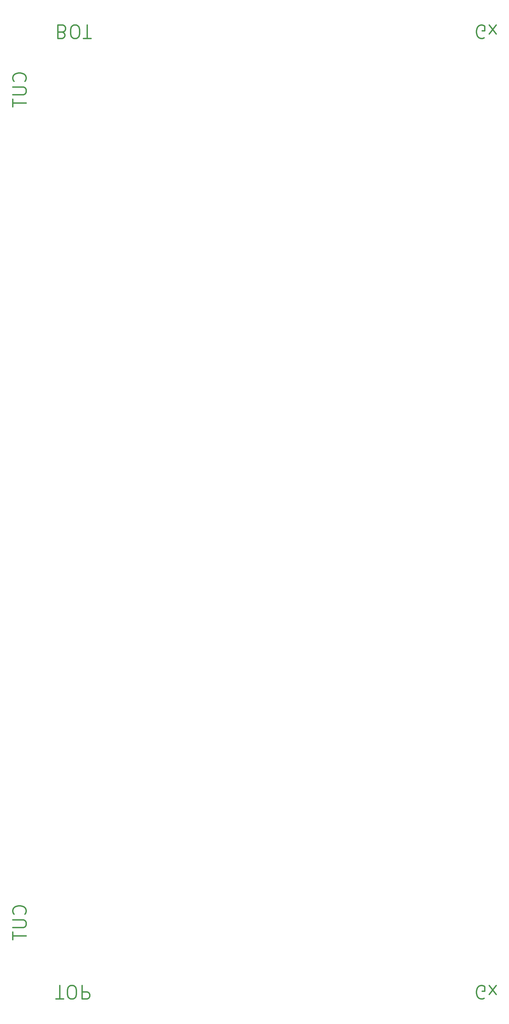
<source format=gbr>
%TF.GenerationSoftware,KiCad,Pcbnew,7.0.1-3b83917a11~172~ubuntu22.04.1*%
%TF.CreationDate,2023-12-10T14:46:01-05:00*%
%TF.ProjectId,coil_template_first,636f696c-5f74-4656-9d70-6c6174655f66,rev?*%
%TF.SameCoordinates,Original*%
%TF.FileFunction,Legend,Bot*%
%TF.FilePolarity,Positive*%
%FSLAX46Y46*%
G04 Gerber Fmt 4.6, Leading zero omitted, Abs format (unit mm)*
G04 Created by KiCad (PCBNEW 7.0.1-3b83917a11~172~ubuntu22.04.1) date 2023-12-10 14:46:01*
%MOMM*%
%LPD*%
G01*
G04 APERTURE LIST*
%ADD10C,2.000000*%
G04 APERTURE END LIST*
D10*
X715238095Y-1481495238D02*
X713333333Y-1482447619D01*
X713333333Y-1482447619D02*
X710476190Y-1482447619D01*
X710476190Y-1482447619D02*
X707619047Y-1481495238D01*
X707619047Y-1481495238D02*
X705714285Y-1479590476D01*
X705714285Y-1479590476D02*
X704761904Y-1477685714D01*
X704761904Y-1477685714D02*
X703809523Y-1473876190D01*
X703809523Y-1473876190D02*
X703809523Y-1471019047D01*
X703809523Y-1471019047D02*
X704761904Y-1467209523D01*
X704761904Y-1467209523D02*
X705714285Y-1465304761D01*
X705714285Y-1465304761D02*
X707619047Y-1463400000D01*
X707619047Y-1463400000D02*
X710476190Y-1462447619D01*
X710476190Y-1462447619D02*
X712380952Y-1462447619D01*
X712380952Y-1462447619D02*
X715238095Y-1463400000D01*
X715238095Y-1463400000D02*
X716190476Y-1464352380D01*
X716190476Y-1464352380D02*
X716190476Y-1471019047D01*
X716190476Y-1471019047D02*
X712380952Y-1471019047D01*
X722857142Y-1462447619D02*
X733333333Y-1475780952D01*
X722857142Y-1475780952D02*
X733333333Y-1462447619D01*
X76904761Y-1482447619D02*
X88333333Y-1482447619D01*
X82619047Y-1462447619D02*
X82619047Y-1482447619D01*
X98809523Y-1482447619D02*
X102619047Y-1482447619D01*
X102619047Y-1482447619D02*
X104523809Y-1481495238D01*
X104523809Y-1481495238D02*
X106428571Y-1479590476D01*
X106428571Y-1479590476D02*
X107380952Y-1475780952D01*
X107380952Y-1475780952D02*
X107380952Y-1469114285D01*
X107380952Y-1469114285D02*
X106428571Y-1465304761D01*
X106428571Y-1465304761D02*
X104523809Y-1463400000D01*
X104523809Y-1463400000D02*
X102619047Y-1462447619D01*
X102619047Y-1462447619D02*
X98809523Y-1462447619D01*
X98809523Y-1462447619D02*
X96904761Y-1463400000D01*
X96904761Y-1463400000D02*
X94999999Y-1465304761D01*
X94999999Y-1465304761D02*
X94047618Y-1469114285D01*
X94047618Y-1469114285D02*
X94047618Y-1475780952D01*
X94047618Y-1475780952D02*
X94999999Y-1479590476D01*
X94999999Y-1479590476D02*
X96904761Y-1481495238D01*
X96904761Y-1481495238D02*
X98809523Y-1482447619D01*
X115952380Y-1462447619D02*
X115952380Y-1482447619D01*
X115952380Y-1482447619D02*
X123571428Y-1482447619D01*
X123571428Y-1482447619D02*
X125476190Y-1481495238D01*
X125476190Y-1481495238D02*
X126428571Y-1480542857D01*
X126428571Y-1480542857D02*
X127380952Y-1478638095D01*
X127380952Y-1478638095D02*
X127380952Y-1475780952D01*
X127380952Y-1475780952D02*
X126428571Y-1473876190D01*
X126428571Y-1473876190D02*
X125476190Y-1472923809D01*
X125476190Y-1472923809D02*
X123571428Y-1471971428D01*
X123571428Y-1471971428D02*
X115952380Y-1471971428D01*
X30647619Y-1356190476D02*
X31600000Y-1355238095D01*
X31600000Y-1355238095D02*
X32552380Y-1352380952D01*
X32552380Y-1352380952D02*
X32552380Y-1350476190D01*
X32552380Y-1350476190D02*
X31600000Y-1347619047D01*
X31600000Y-1347619047D02*
X29695238Y-1345714285D01*
X29695238Y-1345714285D02*
X27790476Y-1344761904D01*
X27790476Y-1344761904D02*
X23980952Y-1343809523D01*
X23980952Y-1343809523D02*
X21123809Y-1343809523D01*
X21123809Y-1343809523D02*
X17314285Y-1344761904D01*
X17314285Y-1344761904D02*
X15409523Y-1345714285D01*
X15409523Y-1345714285D02*
X13504761Y-1347619047D01*
X13504761Y-1347619047D02*
X12552380Y-1350476190D01*
X12552380Y-1350476190D02*
X12552380Y-1352380952D01*
X12552380Y-1352380952D02*
X13504761Y-1355238095D01*
X13504761Y-1355238095D02*
X14457142Y-1356190476D01*
X12552380Y-1364761904D02*
X28742857Y-1364761904D01*
X28742857Y-1364761904D02*
X30647619Y-1365714285D01*
X30647619Y-1365714285D02*
X31600000Y-1366666666D01*
X31600000Y-1366666666D02*
X32552380Y-1368571428D01*
X32552380Y-1368571428D02*
X32552380Y-1372380952D01*
X32552380Y-1372380952D02*
X31600000Y-1374285714D01*
X31600000Y-1374285714D02*
X30647619Y-1375238095D01*
X30647619Y-1375238095D02*
X28742857Y-1376190476D01*
X28742857Y-1376190476D02*
X12552380Y-1376190476D01*
X12552380Y-1382857142D02*
X12552380Y-1394285714D01*
X32552380Y-1388571428D02*
X12552380Y-1388571428D01*
X86428571Y-42923809D02*
X89285714Y-41971428D01*
X89285714Y-41971428D02*
X90238095Y-41019047D01*
X90238095Y-41019047D02*
X91190476Y-39114285D01*
X91190476Y-39114285D02*
X91190476Y-36257142D01*
X91190476Y-36257142D02*
X90238095Y-34352380D01*
X90238095Y-34352380D02*
X89285714Y-33400000D01*
X89285714Y-33400000D02*
X87380952Y-32447619D01*
X87380952Y-32447619D02*
X79761904Y-32447619D01*
X79761904Y-32447619D02*
X79761904Y-52447619D01*
X79761904Y-52447619D02*
X86428571Y-52447619D01*
X86428571Y-52447619D02*
X88333333Y-51495238D01*
X88333333Y-51495238D02*
X89285714Y-50542857D01*
X89285714Y-50542857D02*
X90238095Y-48638095D01*
X90238095Y-48638095D02*
X90238095Y-46733333D01*
X90238095Y-46733333D02*
X89285714Y-44828571D01*
X89285714Y-44828571D02*
X88333333Y-43876190D01*
X88333333Y-43876190D02*
X86428571Y-42923809D01*
X86428571Y-42923809D02*
X79761904Y-42923809D01*
X103571428Y-52447619D02*
X107380952Y-52447619D01*
X107380952Y-52447619D02*
X109285714Y-51495238D01*
X109285714Y-51495238D02*
X111190476Y-49590476D01*
X111190476Y-49590476D02*
X112142857Y-45780952D01*
X112142857Y-45780952D02*
X112142857Y-39114285D01*
X112142857Y-39114285D02*
X111190476Y-35304761D01*
X111190476Y-35304761D02*
X109285714Y-33400000D01*
X109285714Y-33400000D02*
X107380952Y-32447619D01*
X107380952Y-32447619D02*
X103571428Y-32447619D01*
X103571428Y-32447619D02*
X101666666Y-33400000D01*
X101666666Y-33400000D02*
X99761904Y-35304761D01*
X99761904Y-35304761D02*
X98809523Y-39114285D01*
X98809523Y-39114285D02*
X98809523Y-45780952D01*
X98809523Y-45780952D02*
X99761904Y-49590476D01*
X99761904Y-49590476D02*
X101666666Y-51495238D01*
X101666666Y-51495238D02*
X103571428Y-52447619D01*
X117857142Y-52447619D02*
X129285714Y-52447619D01*
X123571428Y-32447619D02*
X123571428Y-52447619D01*
X715238095Y-51495238D02*
X713333333Y-52447619D01*
X713333333Y-52447619D02*
X710476190Y-52447619D01*
X710476190Y-52447619D02*
X707619047Y-51495238D01*
X707619047Y-51495238D02*
X705714285Y-49590476D01*
X705714285Y-49590476D02*
X704761904Y-47685714D01*
X704761904Y-47685714D02*
X703809523Y-43876190D01*
X703809523Y-43876190D02*
X703809523Y-41019047D01*
X703809523Y-41019047D02*
X704761904Y-37209523D01*
X704761904Y-37209523D02*
X705714285Y-35304761D01*
X705714285Y-35304761D02*
X707619047Y-33400000D01*
X707619047Y-33400000D02*
X710476190Y-32447619D01*
X710476190Y-32447619D02*
X712380952Y-32447619D01*
X712380952Y-32447619D02*
X715238095Y-33400000D01*
X715238095Y-33400000D02*
X716190476Y-34352380D01*
X716190476Y-34352380D02*
X716190476Y-41019047D01*
X716190476Y-41019047D02*
X712380952Y-41019047D01*
X722857142Y-32447619D02*
X733333333Y-45780952D01*
X722857142Y-45780952D02*
X733333333Y-32447619D01*
X30647619Y-116190476D02*
X31600000Y-115238095D01*
X31600000Y-115238095D02*
X32552380Y-112380952D01*
X32552380Y-112380952D02*
X32552380Y-110476190D01*
X32552380Y-110476190D02*
X31600000Y-107619047D01*
X31600000Y-107619047D02*
X29695238Y-105714285D01*
X29695238Y-105714285D02*
X27790476Y-104761904D01*
X27790476Y-104761904D02*
X23980952Y-103809523D01*
X23980952Y-103809523D02*
X21123809Y-103809523D01*
X21123809Y-103809523D02*
X17314285Y-104761904D01*
X17314285Y-104761904D02*
X15409523Y-105714285D01*
X15409523Y-105714285D02*
X13504761Y-107619047D01*
X13504761Y-107619047D02*
X12552380Y-110476190D01*
X12552380Y-110476190D02*
X12552380Y-112380952D01*
X12552380Y-112380952D02*
X13504761Y-115238095D01*
X13504761Y-115238095D02*
X14457142Y-116190476D01*
X12552380Y-124761904D02*
X28742857Y-124761904D01*
X28742857Y-124761904D02*
X30647619Y-125714285D01*
X30647619Y-125714285D02*
X31600000Y-126666666D01*
X31600000Y-126666666D02*
X32552380Y-128571428D01*
X32552380Y-128571428D02*
X32552380Y-132380952D01*
X32552380Y-132380952D02*
X31600000Y-134285714D01*
X31600000Y-134285714D02*
X30647619Y-135238095D01*
X30647619Y-135238095D02*
X28742857Y-136190476D01*
X28742857Y-136190476D02*
X12552380Y-136190476D01*
X12552380Y-142857142D02*
X12552380Y-154285714D01*
X32552380Y-148571428D02*
X12552380Y-148571428D01*
M02*

</source>
